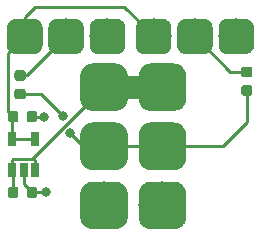
<source format=gbr>
G04 #@! TF.GenerationSoftware,KiCad,Pcbnew,5.1.4*
G04 #@! TF.CreationDate,2020-01-07T14:32:10-05:00*
G04 #@! TF.ProjectId,siot-node-temp,73696f74-2d6e-46f6-9465-2d74656d702e,rev?*
G04 #@! TF.SameCoordinates,Original*
G04 #@! TF.FileFunction,Copper,L1,Top*
G04 #@! TF.FilePolarity,Positive*
%FSLAX46Y46*%
G04 Gerber Fmt 4.6, Leading zero omitted, Abs format (unit mm)*
G04 Created by KiCad (PCBNEW 5.1.4) date 2020-01-07 14:32:10*
%MOMM*%
%LPD*%
G04 APERTURE LIST*
%ADD10C,0.100000*%
%ADD11C,0.875000*%
%ADD12C,3.000000*%
%ADD13R,0.650000X1.220000*%
%ADD14C,4.000000*%
%ADD15C,0.800000*%
%ADD16C,0.250000*%
%ADD17C,1.905000*%
G04 APERTURE END LIST*
D10*
G36*
X95827691Y-69326053D02*
G01*
X95848926Y-69329203D01*
X95869750Y-69334419D01*
X95889962Y-69341651D01*
X95909368Y-69350830D01*
X95927781Y-69361866D01*
X95945024Y-69374654D01*
X95960930Y-69389070D01*
X95975346Y-69404976D01*
X95988134Y-69422219D01*
X95999170Y-69440632D01*
X96008349Y-69460038D01*
X96015581Y-69480250D01*
X96020797Y-69501074D01*
X96023947Y-69522309D01*
X96025000Y-69543750D01*
X96025000Y-70056250D01*
X96023947Y-70077691D01*
X96020797Y-70098926D01*
X96015581Y-70119750D01*
X96008349Y-70139962D01*
X95999170Y-70159368D01*
X95988134Y-70177781D01*
X95975346Y-70195024D01*
X95960930Y-70210930D01*
X95945024Y-70225346D01*
X95927781Y-70238134D01*
X95909368Y-70249170D01*
X95889962Y-70258349D01*
X95869750Y-70265581D01*
X95848926Y-70270797D01*
X95827691Y-70273947D01*
X95806250Y-70275000D01*
X95368750Y-70275000D01*
X95347309Y-70273947D01*
X95326074Y-70270797D01*
X95305250Y-70265581D01*
X95285038Y-70258349D01*
X95265632Y-70249170D01*
X95247219Y-70238134D01*
X95229976Y-70225346D01*
X95214070Y-70210930D01*
X95199654Y-70195024D01*
X95186866Y-70177781D01*
X95175830Y-70159368D01*
X95166651Y-70139962D01*
X95159419Y-70119750D01*
X95154203Y-70098926D01*
X95151053Y-70077691D01*
X95150000Y-70056250D01*
X95150000Y-69543750D01*
X95151053Y-69522309D01*
X95154203Y-69501074D01*
X95159419Y-69480250D01*
X95166651Y-69460038D01*
X95175830Y-69440632D01*
X95186866Y-69422219D01*
X95199654Y-69404976D01*
X95214070Y-69389070D01*
X95229976Y-69374654D01*
X95247219Y-69361866D01*
X95265632Y-69350830D01*
X95285038Y-69341651D01*
X95305250Y-69334419D01*
X95326074Y-69329203D01*
X95347309Y-69326053D01*
X95368750Y-69325000D01*
X95806250Y-69325000D01*
X95827691Y-69326053D01*
X95827691Y-69326053D01*
G37*
D11*
X95587500Y-69800000D03*
D10*
G36*
X94252691Y-69326053D02*
G01*
X94273926Y-69329203D01*
X94294750Y-69334419D01*
X94314962Y-69341651D01*
X94334368Y-69350830D01*
X94352781Y-69361866D01*
X94370024Y-69374654D01*
X94385930Y-69389070D01*
X94400346Y-69404976D01*
X94413134Y-69422219D01*
X94424170Y-69440632D01*
X94433349Y-69460038D01*
X94440581Y-69480250D01*
X94445797Y-69501074D01*
X94448947Y-69522309D01*
X94450000Y-69543750D01*
X94450000Y-70056250D01*
X94448947Y-70077691D01*
X94445797Y-70098926D01*
X94440581Y-70119750D01*
X94433349Y-70139962D01*
X94424170Y-70159368D01*
X94413134Y-70177781D01*
X94400346Y-70195024D01*
X94385930Y-70210930D01*
X94370024Y-70225346D01*
X94352781Y-70238134D01*
X94334368Y-70249170D01*
X94314962Y-70258349D01*
X94294750Y-70265581D01*
X94273926Y-70270797D01*
X94252691Y-70273947D01*
X94231250Y-70275000D01*
X93793750Y-70275000D01*
X93772309Y-70273947D01*
X93751074Y-70270797D01*
X93730250Y-70265581D01*
X93710038Y-70258349D01*
X93690632Y-70249170D01*
X93672219Y-70238134D01*
X93654976Y-70225346D01*
X93639070Y-70210930D01*
X93624654Y-70195024D01*
X93611866Y-70177781D01*
X93600830Y-70159368D01*
X93591651Y-70139962D01*
X93584419Y-70119750D01*
X93579203Y-70098926D01*
X93576053Y-70077691D01*
X93575000Y-70056250D01*
X93575000Y-69543750D01*
X93576053Y-69522309D01*
X93579203Y-69501074D01*
X93584419Y-69480250D01*
X93591651Y-69460038D01*
X93600830Y-69440632D01*
X93611866Y-69422219D01*
X93624654Y-69404976D01*
X93639070Y-69389070D01*
X93654976Y-69374654D01*
X93672219Y-69361866D01*
X93690632Y-69350830D01*
X93710038Y-69341651D01*
X93730250Y-69334419D01*
X93751074Y-69329203D01*
X93772309Y-69326053D01*
X93793750Y-69325000D01*
X94231250Y-69325000D01*
X94252691Y-69326053D01*
X94252691Y-69326053D01*
G37*
D11*
X94012500Y-69800000D03*
D10*
G36*
X95827691Y-62926053D02*
G01*
X95848926Y-62929203D01*
X95869750Y-62934419D01*
X95889962Y-62941651D01*
X95909368Y-62950830D01*
X95927781Y-62961866D01*
X95945024Y-62974654D01*
X95960930Y-62989070D01*
X95975346Y-63004976D01*
X95988134Y-63022219D01*
X95999170Y-63040632D01*
X96008349Y-63060038D01*
X96015581Y-63080250D01*
X96020797Y-63101074D01*
X96023947Y-63122309D01*
X96025000Y-63143750D01*
X96025000Y-63656250D01*
X96023947Y-63677691D01*
X96020797Y-63698926D01*
X96015581Y-63719750D01*
X96008349Y-63739962D01*
X95999170Y-63759368D01*
X95988134Y-63777781D01*
X95975346Y-63795024D01*
X95960930Y-63810930D01*
X95945024Y-63825346D01*
X95927781Y-63838134D01*
X95909368Y-63849170D01*
X95889962Y-63858349D01*
X95869750Y-63865581D01*
X95848926Y-63870797D01*
X95827691Y-63873947D01*
X95806250Y-63875000D01*
X95368750Y-63875000D01*
X95347309Y-63873947D01*
X95326074Y-63870797D01*
X95305250Y-63865581D01*
X95285038Y-63858349D01*
X95265632Y-63849170D01*
X95247219Y-63838134D01*
X95229976Y-63825346D01*
X95214070Y-63810930D01*
X95199654Y-63795024D01*
X95186866Y-63777781D01*
X95175830Y-63759368D01*
X95166651Y-63739962D01*
X95159419Y-63719750D01*
X95154203Y-63698926D01*
X95151053Y-63677691D01*
X95150000Y-63656250D01*
X95150000Y-63143750D01*
X95151053Y-63122309D01*
X95154203Y-63101074D01*
X95159419Y-63080250D01*
X95166651Y-63060038D01*
X95175830Y-63040632D01*
X95186866Y-63022219D01*
X95199654Y-63004976D01*
X95214070Y-62989070D01*
X95229976Y-62974654D01*
X95247219Y-62961866D01*
X95265632Y-62950830D01*
X95285038Y-62941651D01*
X95305250Y-62934419D01*
X95326074Y-62929203D01*
X95347309Y-62926053D01*
X95368750Y-62925000D01*
X95806250Y-62925000D01*
X95827691Y-62926053D01*
X95827691Y-62926053D01*
G37*
D11*
X95587500Y-63400000D03*
D10*
G36*
X94252691Y-62926053D02*
G01*
X94273926Y-62929203D01*
X94294750Y-62934419D01*
X94314962Y-62941651D01*
X94334368Y-62950830D01*
X94352781Y-62961866D01*
X94370024Y-62974654D01*
X94385930Y-62989070D01*
X94400346Y-63004976D01*
X94413134Y-63022219D01*
X94424170Y-63040632D01*
X94433349Y-63060038D01*
X94440581Y-63080250D01*
X94445797Y-63101074D01*
X94448947Y-63122309D01*
X94450000Y-63143750D01*
X94450000Y-63656250D01*
X94448947Y-63677691D01*
X94445797Y-63698926D01*
X94440581Y-63719750D01*
X94433349Y-63739962D01*
X94424170Y-63759368D01*
X94413134Y-63777781D01*
X94400346Y-63795024D01*
X94385930Y-63810930D01*
X94370024Y-63825346D01*
X94352781Y-63838134D01*
X94334368Y-63849170D01*
X94314962Y-63858349D01*
X94294750Y-63865581D01*
X94273926Y-63870797D01*
X94252691Y-63873947D01*
X94231250Y-63875000D01*
X93793750Y-63875000D01*
X93772309Y-63873947D01*
X93751074Y-63870797D01*
X93730250Y-63865581D01*
X93710038Y-63858349D01*
X93690632Y-63849170D01*
X93672219Y-63838134D01*
X93654976Y-63825346D01*
X93639070Y-63810930D01*
X93624654Y-63795024D01*
X93611866Y-63777781D01*
X93600830Y-63759368D01*
X93591651Y-63739962D01*
X93584419Y-63719750D01*
X93579203Y-63698926D01*
X93576053Y-63677691D01*
X93575000Y-63656250D01*
X93575000Y-63143750D01*
X93576053Y-63122309D01*
X93579203Y-63101074D01*
X93584419Y-63080250D01*
X93591651Y-63060038D01*
X93600830Y-63040632D01*
X93611866Y-63022219D01*
X93624654Y-63004976D01*
X93639070Y-62989070D01*
X93654976Y-62974654D01*
X93672219Y-62961866D01*
X93690632Y-62950830D01*
X93710038Y-62941651D01*
X93730250Y-62934419D01*
X93751074Y-62929203D01*
X93772309Y-62926053D01*
X93793750Y-62925000D01*
X94231250Y-62925000D01*
X94252691Y-62926053D01*
X94252691Y-62926053D01*
G37*
D11*
X94012500Y-63400000D03*
D10*
G36*
X113723513Y-55103611D02*
G01*
X113796318Y-55114411D01*
X113867714Y-55132295D01*
X113937013Y-55157090D01*
X114003548Y-55188559D01*
X114066678Y-55226398D01*
X114125795Y-55270242D01*
X114180330Y-55319670D01*
X114229758Y-55374205D01*
X114273602Y-55433322D01*
X114311441Y-55496452D01*
X114342910Y-55562987D01*
X114367705Y-55632286D01*
X114385589Y-55703682D01*
X114396389Y-55776487D01*
X114400000Y-55850000D01*
X114400000Y-57350000D01*
X114396389Y-57423513D01*
X114385589Y-57496318D01*
X114367705Y-57567714D01*
X114342910Y-57637013D01*
X114311441Y-57703548D01*
X114273602Y-57766678D01*
X114229758Y-57825795D01*
X114180330Y-57880330D01*
X114125795Y-57929758D01*
X114066678Y-57973602D01*
X114003548Y-58011441D01*
X113937013Y-58042910D01*
X113867714Y-58067705D01*
X113796318Y-58085589D01*
X113723513Y-58096389D01*
X113650000Y-58100000D01*
X112150000Y-58100000D01*
X112076487Y-58096389D01*
X112003682Y-58085589D01*
X111932286Y-58067705D01*
X111862987Y-58042910D01*
X111796452Y-58011441D01*
X111733322Y-57973602D01*
X111674205Y-57929758D01*
X111619670Y-57880330D01*
X111570242Y-57825795D01*
X111526398Y-57766678D01*
X111488559Y-57703548D01*
X111457090Y-57637013D01*
X111432295Y-57567714D01*
X111414411Y-57496318D01*
X111403611Y-57423513D01*
X111400000Y-57350000D01*
X111400000Y-55850000D01*
X111403611Y-55776487D01*
X111414411Y-55703682D01*
X111432295Y-55632286D01*
X111457090Y-55562987D01*
X111488559Y-55496452D01*
X111526398Y-55433322D01*
X111570242Y-55374205D01*
X111619670Y-55319670D01*
X111674205Y-55270242D01*
X111733322Y-55226398D01*
X111796452Y-55188559D01*
X111862987Y-55157090D01*
X111932286Y-55132295D01*
X112003682Y-55114411D01*
X112076487Y-55103611D01*
X112150000Y-55100000D01*
X113650000Y-55100000D01*
X113723513Y-55103611D01*
X113723513Y-55103611D01*
G37*
D12*
X112900000Y-56600000D03*
D10*
G36*
X110223513Y-55103611D02*
G01*
X110296318Y-55114411D01*
X110367714Y-55132295D01*
X110437013Y-55157090D01*
X110503548Y-55188559D01*
X110566678Y-55226398D01*
X110625795Y-55270242D01*
X110680330Y-55319670D01*
X110729758Y-55374205D01*
X110773602Y-55433322D01*
X110811441Y-55496452D01*
X110842910Y-55562987D01*
X110867705Y-55632286D01*
X110885589Y-55703682D01*
X110896389Y-55776487D01*
X110900000Y-55850000D01*
X110900000Y-57350000D01*
X110896389Y-57423513D01*
X110885589Y-57496318D01*
X110867705Y-57567714D01*
X110842910Y-57637013D01*
X110811441Y-57703548D01*
X110773602Y-57766678D01*
X110729758Y-57825795D01*
X110680330Y-57880330D01*
X110625795Y-57929758D01*
X110566678Y-57973602D01*
X110503548Y-58011441D01*
X110437013Y-58042910D01*
X110367714Y-58067705D01*
X110296318Y-58085589D01*
X110223513Y-58096389D01*
X110150000Y-58100000D01*
X108650000Y-58100000D01*
X108576487Y-58096389D01*
X108503682Y-58085589D01*
X108432286Y-58067705D01*
X108362987Y-58042910D01*
X108296452Y-58011441D01*
X108233322Y-57973602D01*
X108174205Y-57929758D01*
X108119670Y-57880330D01*
X108070242Y-57825795D01*
X108026398Y-57766678D01*
X107988559Y-57703548D01*
X107957090Y-57637013D01*
X107932295Y-57567714D01*
X107914411Y-57496318D01*
X107903611Y-57423513D01*
X107900000Y-57350000D01*
X107900000Y-55850000D01*
X107903611Y-55776487D01*
X107914411Y-55703682D01*
X107932295Y-55632286D01*
X107957090Y-55562987D01*
X107988559Y-55496452D01*
X108026398Y-55433322D01*
X108070242Y-55374205D01*
X108119670Y-55319670D01*
X108174205Y-55270242D01*
X108233322Y-55226398D01*
X108296452Y-55188559D01*
X108362987Y-55157090D01*
X108432286Y-55132295D01*
X108503682Y-55114411D01*
X108576487Y-55103611D01*
X108650000Y-55100000D01*
X110150000Y-55100000D01*
X110223513Y-55103611D01*
X110223513Y-55103611D01*
G37*
D12*
X109400000Y-56600000D03*
D10*
G36*
X106723513Y-55103611D02*
G01*
X106796318Y-55114411D01*
X106867714Y-55132295D01*
X106937013Y-55157090D01*
X107003548Y-55188559D01*
X107066678Y-55226398D01*
X107125795Y-55270242D01*
X107180330Y-55319670D01*
X107229758Y-55374205D01*
X107273602Y-55433322D01*
X107311441Y-55496452D01*
X107342910Y-55562987D01*
X107367705Y-55632286D01*
X107385589Y-55703682D01*
X107396389Y-55776487D01*
X107400000Y-55850000D01*
X107400000Y-57350000D01*
X107396389Y-57423513D01*
X107385589Y-57496318D01*
X107367705Y-57567714D01*
X107342910Y-57637013D01*
X107311441Y-57703548D01*
X107273602Y-57766678D01*
X107229758Y-57825795D01*
X107180330Y-57880330D01*
X107125795Y-57929758D01*
X107066678Y-57973602D01*
X107003548Y-58011441D01*
X106937013Y-58042910D01*
X106867714Y-58067705D01*
X106796318Y-58085589D01*
X106723513Y-58096389D01*
X106650000Y-58100000D01*
X105150000Y-58100000D01*
X105076487Y-58096389D01*
X105003682Y-58085589D01*
X104932286Y-58067705D01*
X104862987Y-58042910D01*
X104796452Y-58011441D01*
X104733322Y-57973602D01*
X104674205Y-57929758D01*
X104619670Y-57880330D01*
X104570242Y-57825795D01*
X104526398Y-57766678D01*
X104488559Y-57703548D01*
X104457090Y-57637013D01*
X104432295Y-57567714D01*
X104414411Y-57496318D01*
X104403611Y-57423513D01*
X104400000Y-57350000D01*
X104400000Y-55850000D01*
X104403611Y-55776487D01*
X104414411Y-55703682D01*
X104432295Y-55632286D01*
X104457090Y-55562987D01*
X104488559Y-55496452D01*
X104526398Y-55433322D01*
X104570242Y-55374205D01*
X104619670Y-55319670D01*
X104674205Y-55270242D01*
X104733322Y-55226398D01*
X104796452Y-55188559D01*
X104862987Y-55157090D01*
X104932286Y-55132295D01*
X105003682Y-55114411D01*
X105076487Y-55103611D01*
X105150000Y-55100000D01*
X106650000Y-55100000D01*
X106723513Y-55103611D01*
X106723513Y-55103611D01*
G37*
D12*
X105900000Y-56600000D03*
D10*
G36*
X102823513Y-55103611D02*
G01*
X102896318Y-55114411D01*
X102967714Y-55132295D01*
X103037013Y-55157090D01*
X103103548Y-55188559D01*
X103166678Y-55226398D01*
X103225795Y-55270242D01*
X103280330Y-55319670D01*
X103329758Y-55374205D01*
X103373602Y-55433322D01*
X103411441Y-55496452D01*
X103442910Y-55562987D01*
X103467705Y-55632286D01*
X103485589Y-55703682D01*
X103496389Y-55776487D01*
X103500000Y-55850000D01*
X103500000Y-57350000D01*
X103496389Y-57423513D01*
X103485589Y-57496318D01*
X103467705Y-57567714D01*
X103442910Y-57637013D01*
X103411441Y-57703548D01*
X103373602Y-57766678D01*
X103329758Y-57825795D01*
X103280330Y-57880330D01*
X103225795Y-57929758D01*
X103166678Y-57973602D01*
X103103548Y-58011441D01*
X103037013Y-58042910D01*
X102967714Y-58067705D01*
X102896318Y-58085589D01*
X102823513Y-58096389D01*
X102750000Y-58100000D01*
X101250000Y-58100000D01*
X101176487Y-58096389D01*
X101103682Y-58085589D01*
X101032286Y-58067705D01*
X100962987Y-58042910D01*
X100896452Y-58011441D01*
X100833322Y-57973602D01*
X100774205Y-57929758D01*
X100719670Y-57880330D01*
X100670242Y-57825795D01*
X100626398Y-57766678D01*
X100588559Y-57703548D01*
X100557090Y-57637013D01*
X100532295Y-57567714D01*
X100514411Y-57496318D01*
X100503611Y-57423513D01*
X100500000Y-57350000D01*
X100500000Y-55850000D01*
X100503611Y-55776487D01*
X100514411Y-55703682D01*
X100532295Y-55632286D01*
X100557090Y-55562987D01*
X100588559Y-55496452D01*
X100626398Y-55433322D01*
X100670242Y-55374205D01*
X100719670Y-55319670D01*
X100774205Y-55270242D01*
X100833322Y-55226398D01*
X100896452Y-55188559D01*
X100962987Y-55157090D01*
X101032286Y-55132295D01*
X101103682Y-55114411D01*
X101176487Y-55103611D01*
X101250000Y-55100000D01*
X102750000Y-55100000D01*
X102823513Y-55103611D01*
X102823513Y-55103611D01*
G37*
D12*
X102000000Y-56600000D03*
D10*
G36*
X99323513Y-55103611D02*
G01*
X99396318Y-55114411D01*
X99467714Y-55132295D01*
X99537013Y-55157090D01*
X99603548Y-55188559D01*
X99666678Y-55226398D01*
X99725795Y-55270242D01*
X99780330Y-55319670D01*
X99829758Y-55374205D01*
X99873602Y-55433322D01*
X99911441Y-55496452D01*
X99942910Y-55562987D01*
X99967705Y-55632286D01*
X99985589Y-55703682D01*
X99996389Y-55776487D01*
X100000000Y-55850000D01*
X100000000Y-57350000D01*
X99996389Y-57423513D01*
X99985589Y-57496318D01*
X99967705Y-57567714D01*
X99942910Y-57637013D01*
X99911441Y-57703548D01*
X99873602Y-57766678D01*
X99829758Y-57825795D01*
X99780330Y-57880330D01*
X99725795Y-57929758D01*
X99666678Y-57973602D01*
X99603548Y-58011441D01*
X99537013Y-58042910D01*
X99467714Y-58067705D01*
X99396318Y-58085589D01*
X99323513Y-58096389D01*
X99250000Y-58100000D01*
X97750000Y-58100000D01*
X97676487Y-58096389D01*
X97603682Y-58085589D01*
X97532286Y-58067705D01*
X97462987Y-58042910D01*
X97396452Y-58011441D01*
X97333322Y-57973602D01*
X97274205Y-57929758D01*
X97219670Y-57880330D01*
X97170242Y-57825795D01*
X97126398Y-57766678D01*
X97088559Y-57703548D01*
X97057090Y-57637013D01*
X97032295Y-57567714D01*
X97014411Y-57496318D01*
X97003611Y-57423513D01*
X97000000Y-57350000D01*
X97000000Y-55850000D01*
X97003611Y-55776487D01*
X97014411Y-55703682D01*
X97032295Y-55632286D01*
X97057090Y-55562987D01*
X97088559Y-55496452D01*
X97126398Y-55433322D01*
X97170242Y-55374205D01*
X97219670Y-55319670D01*
X97274205Y-55270242D01*
X97333322Y-55226398D01*
X97396452Y-55188559D01*
X97462987Y-55157090D01*
X97532286Y-55132295D01*
X97603682Y-55114411D01*
X97676487Y-55103611D01*
X97750000Y-55100000D01*
X99250000Y-55100000D01*
X99323513Y-55103611D01*
X99323513Y-55103611D01*
G37*
D12*
X98500000Y-56600000D03*
D10*
G36*
X95823513Y-55103611D02*
G01*
X95896318Y-55114411D01*
X95967714Y-55132295D01*
X96037013Y-55157090D01*
X96103548Y-55188559D01*
X96166678Y-55226398D01*
X96225795Y-55270242D01*
X96280330Y-55319670D01*
X96329758Y-55374205D01*
X96373602Y-55433322D01*
X96411441Y-55496452D01*
X96442910Y-55562987D01*
X96467705Y-55632286D01*
X96485589Y-55703682D01*
X96496389Y-55776487D01*
X96500000Y-55850000D01*
X96500000Y-57350000D01*
X96496389Y-57423513D01*
X96485589Y-57496318D01*
X96467705Y-57567714D01*
X96442910Y-57637013D01*
X96411441Y-57703548D01*
X96373602Y-57766678D01*
X96329758Y-57825795D01*
X96280330Y-57880330D01*
X96225795Y-57929758D01*
X96166678Y-57973602D01*
X96103548Y-58011441D01*
X96037013Y-58042910D01*
X95967714Y-58067705D01*
X95896318Y-58085589D01*
X95823513Y-58096389D01*
X95750000Y-58100000D01*
X94250000Y-58100000D01*
X94176487Y-58096389D01*
X94103682Y-58085589D01*
X94032286Y-58067705D01*
X93962987Y-58042910D01*
X93896452Y-58011441D01*
X93833322Y-57973602D01*
X93774205Y-57929758D01*
X93719670Y-57880330D01*
X93670242Y-57825795D01*
X93626398Y-57766678D01*
X93588559Y-57703548D01*
X93557090Y-57637013D01*
X93532295Y-57567714D01*
X93514411Y-57496318D01*
X93503611Y-57423513D01*
X93500000Y-57350000D01*
X93500000Y-55850000D01*
X93503611Y-55776487D01*
X93514411Y-55703682D01*
X93532295Y-55632286D01*
X93557090Y-55562987D01*
X93588559Y-55496452D01*
X93626398Y-55433322D01*
X93670242Y-55374205D01*
X93719670Y-55319670D01*
X93774205Y-55270242D01*
X93833322Y-55226398D01*
X93896452Y-55188559D01*
X93962987Y-55157090D01*
X94032286Y-55132295D01*
X94103682Y-55114411D01*
X94176487Y-55103611D01*
X94250000Y-55100000D01*
X95750000Y-55100000D01*
X95823513Y-55103611D01*
X95823513Y-55103611D01*
G37*
D12*
X95000000Y-56600000D03*
D13*
X93950000Y-65290000D03*
X95850000Y-65290000D03*
X95850000Y-67910000D03*
X94900000Y-67910000D03*
X93950000Y-67910000D03*
D10*
G36*
X107748017Y-68904815D02*
G01*
X107845090Y-68919215D01*
X107940285Y-68943060D01*
X108032683Y-68976120D01*
X108121397Y-69018079D01*
X108205570Y-69068530D01*
X108284393Y-69126990D01*
X108357107Y-69192893D01*
X108423010Y-69265607D01*
X108481470Y-69344430D01*
X108531921Y-69428603D01*
X108573880Y-69517317D01*
X108606940Y-69609715D01*
X108630785Y-69704910D01*
X108645185Y-69801983D01*
X108650000Y-69900000D01*
X108650000Y-71900000D01*
X108645185Y-71998017D01*
X108630785Y-72095090D01*
X108606940Y-72190285D01*
X108573880Y-72282683D01*
X108531921Y-72371397D01*
X108481470Y-72455570D01*
X108423010Y-72534393D01*
X108357107Y-72607107D01*
X108284393Y-72673010D01*
X108205570Y-72731470D01*
X108121397Y-72781921D01*
X108032683Y-72823880D01*
X107940285Y-72856940D01*
X107845090Y-72880785D01*
X107748017Y-72895185D01*
X107650000Y-72900000D01*
X105650000Y-72900000D01*
X105551983Y-72895185D01*
X105454910Y-72880785D01*
X105359715Y-72856940D01*
X105267317Y-72823880D01*
X105178603Y-72781921D01*
X105094430Y-72731470D01*
X105015607Y-72673010D01*
X104942893Y-72607107D01*
X104876990Y-72534393D01*
X104818530Y-72455570D01*
X104768079Y-72371397D01*
X104726120Y-72282683D01*
X104693060Y-72190285D01*
X104669215Y-72095090D01*
X104654815Y-71998017D01*
X104650000Y-71900000D01*
X104650000Y-69900000D01*
X104654815Y-69801983D01*
X104669215Y-69704910D01*
X104693060Y-69609715D01*
X104726120Y-69517317D01*
X104768079Y-69428603D01*
X104818530Y-69344430D01*
X104876990Y-69265607D01*
X104942893Y-69192893D01*
X105015607Y-69126990D01*
X105094430Y-69068530D01*
X105178603Y-69018079D01*
X105267317Y-68976120D01*
X105359715Y-68943060D01*
X105454910Y-68919215D01*
X105551983Y-68904815D01*
X105650000Y-68900000D01*
X107650000Y-68900000D01*
X107748017Y-68904815D01*
X107748017Y-68904815D01*
G37*
D14*
X106650000Y-70900000D03*
D10*
G36*
X107748017Y-63904815D02*
G01*
X107845090Y-63919215D01*
X107940285Y-63943060D01*
X108032683Y-63976120D01*
X108121397Y-64018079D01*
X108205570Y-64068530D01*
X108284393Y-64126990D01*
X108357107Y-64192893D01*
X108423010Y-64265607D01*
X108481470Y-64344430D01*
X108531921Y-64428603D01*
X108573880Y-64517317D01*
X108606940Y-64609715D01*
X108630785Y-64704910D01*
X108645185Y-64801983D01*
X108650000Y-64900000D01*
X108650000Y-66900000D01*
X108645185Y-66998017D01*
X108630785Y-67095090D01*
X108606940Y-67190285D01*
X108573880Y-67282683D01*
X108531921Y-67371397D01*
X108481470Y-67455570D01*
X108423010Y-67534393D01*
X108357107Y-67607107D01*
X108284393Y-67673010D01*
X108205570Y-67731470D01*
X108121397Y-67781921D01*
X108032683Y-67823880D01*
X107940285Y-67856940D01*
X107845090Y-67880785D01*
X107748017Y-67895185D01*
X107650000Y-67900000D01*
X105650000Y-67900000D01*
X105551983Y-67895185D01*
X105454910Y-67880785D01*
X105359715Y-67856940D01*
X105267317Y-67823880D01*
X105178603Y-67781921D01*
X105094430Y-67731470D01*
X105015607Y-67673010D01*
X104942893Y-67607107D01*
X104876990Y-67534393D01*
X104818530Y-67455570D01*
X104768079Y-67371397D01*
X104726120Y-67282683D01*
X104693060Y-67190285D01*
X104669215Y-67095090D01*
X104654815Y-66998017D01*
X104650000Y-66900000D01*
X104650000Y-64900000D01*
X104654815Y-64801983D01*
X104669215Y-64704910D01*
X104693060Y-64609715D01*
X104726120Y-64517317D01*
X104768079Y-64428603D01*
X104818530Y-64344430D01*
X104876990Y-64265607D01*
X104942893Y-64192893D01*
X105015607Y-64126990D01*
X105094430Y-64068530D01*
X105178603Y-64018079D01*
X105267317Y-63976120D01*
X105359715Y-63943060D01*
X105454910Y-63919215D01*
X105551983Y-63904815D01*
X105650000Y-63900000D01*
X107650000Y-63900000D01*
X107748017Y-63904815D01*
X107748017Y-63904815D01*
G37*
D14*
X106650000Y-65900000D03*
D10*
G36*
X107748017Y-58904815D02*
G01*
X107845090Y-58919215D01*
X107940285Y-58943060D01*
X108032683Y-58976120D01*
X108121397Y-59018079D01*
X108205570Y-59068530D01*
X108284393Y-59126990D01*
X108357107Y-59192893D01*
X108423010Y-59265607D01*
X108481470Y-59344430D01*
X108531921Y-59428603D01*
X108573880Y-59517317D01*
X108606940Y-59609715D01*
X108630785Y-59704910D01*
X108645185Y-59801983D01*
X108650000Y-59900000D01*
X108650000Y-61900000D01*
X108645185Y-61998017D01*
X108630785Y-62095090D01*
X108606940Y-62190285D01*
X108573880Y-62282683D01*
X108531921Y-62371397D01*
X108481470Y-62455570D01*
X108423010Y-62534393D01*
X108357107Y-62607107D01*
X108284393Y-62673010D01*
X108205570Y-62731470D01*
X108121397Y-62781921D01*
X108032683Y-62823880D01*
X107940285Y-62856940D01*
X107845090Y-62880785D01*
X107748017Y-62895185D01*
X107650000Y-62900000D01*
X105650000Y-62900000D01*
X105551983Y-62895185D01*
X105454910Y-62880785D01*
X105359715Y-62856940D01*
X105267317Y-62823880D01*
X105178603Y-62781921D01*
X105094430Y-62731470D01*
X105015607Y-62673010D01*
X104942893Y-62607107D01*
X104876990Y-62534393D01*
X104818530Y-62455570D01*
X104768079Y-62371397D01*
X104726120Y-62282683D01*
X104693060Y-62190285D01*
X104669215Y-62095090D01*
X104654815Y-61998017D01*
X104650000Y-61900000D01*
X104650000Y-59900000D01*
X104654815Y-59801983D01*
X104669215Y-59704910D01*
X104693060Y-59609715D01*
X104726120Y-59517317D01*
X104768079Y-59428603D01*
X104818530Y-59344430D01*
X104876990Y-59265607D01*
X104942893Y-59192893D01*
X105015607Y-59126990D01*
X105094430Y-59068530D01*
X105178603Y-59018079D01*
X105267317Y-58976120D01*
X105359715Y-58943060D01*
X105454910Y-58919215D01*
X105551983Y-58904815D01*
X105650000Y-58900000D01*
X107650000Y-58900000D01*
X107748017Y-58904815D01*
X107748017Y-58904815D01*
G37*
D14*
X106650000Y-60900000D03*
D10*
G36*
X102798017Y-68904815D02*
G01*
X102895090Y-68919215D01*
X102990285Y-68943060D01*
X103082683Y-68976120D01*
X103171397Y-69018079D01*
X103255570Y-69068530D01*
X103334393Y-69126990D01*
X103407107Y-69192893D01*
X103473010Y-69265607D01*
X103531470Y-69344430D01*
X103581921Y-69428603D01*
X103623880Y-69517317D01*
X103656940Y-69609715D01*
X103680785Y-69704910D01*
X103695185Y-69801983D01*
X103700000Y-69900000D01*
X103700000Y-71900000D01*
X103695185Y-71998017D01*
X103680785Y-72095090D01*
X103656940Y-72190285D01*
X103623880Y-72282683D01*
X103581921Y-72371397D01*
X103531470Y-72455570D01*
X103473010Y-72534393D01*
X103407107Y-72607107D01*
X103334393Y-72673010D01*
X103255570Y-72731470D01*
X103171397Y-72781921D01*
X103082683Y-72823880D01*
X102990285Y-72856940D01*
X102895090Y-72880785D01*
X102798017Y-72895185D01*
X102700000Y-72900000D01*
X100700000Y-72900000D01*
X100601983Y-72895185D01*
X100504910Y-72880785D01*
X100409715Y-72856940D01*
X100317317Y-72823880D01*
X100228603Y-72781921D01*
X100144430Y-72731470D01*
X100065607Y-72673010D01*
X99992893Y-72607107D01*
X99926990Y-72534393D01*
X99868530Y-72455570D01*
X99818079Y-72371397D01*
X99776120Y-72282683D01*
X99743060Y-72190285D01*
X99719215Y-72095090D01*
X99704815Y-71998017D01*
X99700000Y-71900000D01*
X99700000Y-69900000D01*
X99704815Y-69801983D01*
X99719215Y-69704910D01*
X99743060Y-69609715D01*
X99776120Y-69517317D01*
X99818079Y-69428603D01*
X99868530Y-69344430D01*
X99926990Y-69265607D01*
X99992893Y-69192893D01*
X100065607Y-69126990D01*
X100144430Y-69068530D01*
X100228603Y-69018079D01*
X100317317Y-68976120D01*
X100409715Y-68943060D01*
X100504910Y-68919215D01*
X100601983Y-68904815D01*
X100700000Y-68900000D01*
X102700000Y-68900000D01*
X102798017Y-68904815D01*
X102798017Y-68904815D01*
G37*
D14*
X101700000Y-70900000D03*
D10*
G36*
X102798017Y-63904815D02*
G01*
X102895090Y-63919215D01*
X102990285Y-63943060D01*
X103082683Y-63976120D01*
X103171397Y-64018079D01*
X103255570Y-64068530D01*
X103334393Y-64126990D01*
X103407107Y-64192893D01*
X103473010Y-64265607D01*
X103531470Y-64344430D01*
X103581921Y-64428603D01*
X103623880Y-64517317D01*
X103656940Y-64609715D01*
X103680785Y-64704910D01*
X103695185Y-64801983D01*
X103700000Y-64900000D01*
X103700000Y-66900000D01*
X103695185Y-66998017D01*
X103680785Y-67095090D01*
X103656940Y-67190285D01*
X103623880Y-67282683D01*
X103581921Y-67371397D01*
X103531470Y-67455570D01*
X103473010Y-67534393D01*
X103407107Y-67607107D01*
X103334393Y-67673010D01*
X103255570Y-67731470D01*
X103171397Y-67781921D01*
X103082683Y-67823880D01*
X102990285Y-67856940D01*
X102895090Y-67880785D01*
X102798017Y-67895185D01*
X102700000Y-67900000D01*
X100700000Y-67900000D01*
X100601983Y-67895185D01*
X100504910Y-67880785D01*
X100409715Y-67856940D01*
X100317317Y-67823880D01*
X100228603Y-67781921D01*
X100144430Y-67731470D01*
X100065607Y-67673010D01*
X99992893Y-67607107D01*
X99926990Y-67534393D01*
X99868530Y-67455570D01*
X99818079Y-67371397D01*
X99776120Y-67282683D01*
X99743060Y-67190285D01*
X99719215Y-67095090D01*
X99704815Y-66998017D01*
X99700000Y-66900000D01*
X99700000Y-64900000D01*
X99704815Y-64801983D01*
X99719215Y-64704910D01*
X99743060Y-64609715D01*
X99776120Y-64517317D01*
X99818079Y-64428603D01*
X99868530Y-64344430D01*
X99926990Y-64265607D01*
X99992893Y-64192893D01*
X100065607Y-64126990D01*
X100144430Y-64068530D01*
X100228603Y-64018079D01*
X100317317Y-63976120D01*
X100409715Y-63943060D01*
X100504910Y-63919215D01*
X100601983Y-63904815D01*
X100700000Y-63900000D01*
X102700000Y-63900000D01*
X102798017Y-63904815D01*
X102798017Y-63904815D01*
G37*
D14*
X101700000Y-65900000D03*
D10*
G36*
X102798017Y-58904815D02*
G01*
X102895090Y-58919215D01*
X102990285Y-58943060D01*
X103082683Y-58976120D01*
X103171397Y-59018079D01*
X103255570Y-59068530D01*
X103334393Y-59126990D01*
X103407107Y-59192893D01*
X103473010Y-59265607D01*
X103531470Y-59344430D01*
X103581921Y-59428603D01*
X103623880Y-59517317D01*
X103656940Y-59609715D01*
X103680785Y-59704910D01*
X103695185Y-59801983D01*
X103700000Y-59900000D01*
X103700000Y-61900000D01*
X103695185Y-61998017D01*
X103680785Y-62095090D01*
X103656940Y-62190285D01*
X103623880Y-62282683D01*
X103581921Y-62371397D01*
X103531470Y-62455570D01*
X103473010Y-62534393D01*
X103407107Y-62607107D01*
X103334393Y-62673010D01*
X103255570Y-62731470D01*
X103171397Y-62781921D01*
X103082683Y-62823880D01*
X102990285Y-62856940D01*
X102895090Y-62880785D01*
X102798017Y-62895185D01*
X102700000Y-62900000D01*
X100700000Y-62900000D01*
X100601983Y-62895185D01*
X100504910Y-62880785D01*
X100409715Y-62856940D01*
X100317317Y-62823880D01*
X100228603Y-62781921D01*
X100144430Y-62731470D01*
X100065607Y-62673010D01*
X99992893Y-62607107D01*
X99926990Y-62534393D01*
X99868530Y-62455570D01*
X99818079Y-62371397D01*
X99776120Y-62282683D01*
X99743060Y-62190285D01*
X99719215Y-62095090D01*
X99704815Y-61998017D01*
X99700000Y-61900000D01*
X99700000Y-59900000D01*
X99704815Y-59801983D01*
X99719215Y-59704910D01*
X99743060Y-59609715D01*
X99776120Y-59517317D01*
X99818079Y-59428603D01*
X99868530Y-59344430D01*
X99926990Y-59265607D01*
X99992893Y-59192893D01*
X100065607Y-59126990D01*
X100144430Y-59068530D01*
X100228603Y-59018079D01*
X100317317Y-58976120D01*
X100409715Y-58943060D01*
X100504910Y-58919215D01*
X100601983Y-58904815D01*
X100700000Y-58900000D01*
X102700000Y-58900000D01*
X102798017Y-58904815D01*
X102798017Y-58904815D01*
G37*
D14*
X101700000Y-60900000D03*
D10*
G36*
X114077691Y-60751053D02*
G01*
X114098926Y-60754203D01*
X114119750Y-60759419D01*
X114139962Y-60766651D01*
X114159368Y-60775830D01*
X114177781Y-60786866D01*
X114195024Y-60799654D01*
X114210930Y-60814070D01*
X114225346Y-60829976D01*
X114238134Y-60847219D01*
X114249170Y-60865632D01*
X114258349Y-60885038D01*
X114265581Y-60905250D01*
X114270797Y-60926074D01*
X114273947Y-60947309D01*
X114275000Y-60968750D01*
X114275000Y-61406250D01*
X114273947Y-61427691D01*
X114270797Y-61448926D01*
X114265581Y-61469750D01*
X114258349Y-61489962D01*
X114249170Y-61509368D01*
X114238134Y-61527781D01*
X114225346Y-61545024D01*
X114210930Y-61560930D01*
X114195024Y-61575346D01*
X114177781Y-61588134D01*
X114159368Y-61599170D01*
X114139962Y-61608349D01*
X114119750Y-61615581D01*
X114098926Y-61620797D01*
X114077691Y-61623947D01*
X114056250Y-61625000D01*
X113543750Y-61625000D01*
X113522309Y-61623947D01*
X113501074Y-61620797D01*
X113480250Y-61615581D01*
X113460038Y-61608349D01*
X113440632Y-61599170D01*
X113422219Y-61588134D01*
X113404976Y-61575346D01*
X113389070Y-61560930D01*
X113374654Y-61545024D01*
X113361866Y-61527781D01*
X113350830Y-61509368D01*
X113341651Y-61489962D01*
X113334419Y-61469750D01*
X113329203Y-61448926D01*
X113326053Y-61427691D01*
X113325000Y-61406250D01*
X113325000Y-60968750D01*
X113326053Y-60947309D01*
X113329203Y-60926074D01*
X113334419Y-60905250D01*
X113341651Y-60885038D01*
X113350830Y-60865632D01*
X113361866Y-60847219D01*
X113374654Y-60829976D01*
X113389070Y-60814070D01*
X113404976Y-60799654D01*
X113422219Y-60786866D01*
X113440632Y-60775830D01*
X113460038Y-60766651D01*
X113480250Y-60759419D01*
X113501074Y-60754203D01*
X113522309Y-60751053D01*
X113543750Y-60750000D01*
X114056250Y-60750000D01*
X114077691Y-60751053D01*
X114077691Y-60751053D01*
G37*
D11*
X113800000Y-61187500D03*
D10*
G36*
X114077691Y-59176053D02*
G01*
X114098926Y-59179203D01*
X114119750Y-59184419D01*
X114139962Y-59191651D01*
X114159368Y-59200830D01*
X114177781Y-59211866D01*
X114195024Y-59224654D01*
X114210930Y-59239070D01*
X114225346Y-59254976D01*
X114238134Y-59272219D01*
X114249170Y-59290632D01*
X114258349Y-59310038D01*
X114265581Y-59330250D01*
X114270797Y-59351074D01*
X114273947Y-59372309D01*
X114275000Y-59393750D01*
X114275000Y-59831250D01*
X114273947Y-59852691D01*
X114270797Y-59873926D01*
X114265581Y-59894750D01*
X114258349Y-59914962D01*
X114249170Y-59934368D01*
X114238134Y-59952781D01*
X114225346Y-59970024D01*
X114210930Y-59985930D01*
X114195024Y-60000346D01*
X114177781Y-60013134D01*
X114159368Y-60024170D01*
X114139962Y-60033349D01*
X114119750Y-60040581D01*
X114098926Y-60045797D01*
X114077691Y-60048947D01*
X114056250Y-60050000D01*
X113543750Y-60050000D01*
X113522309Y-60048947D01*
X113501074Y-60045797D01*
X113480250Y-60040581D01*
X113460038Y-60033349D01*
X113440632Y-60024170D01*
X113422219Y-60013134D01*
X113404976Y-60000346D01*
X113389070Y-59985930D01*
X113374654Y-59970024D01*
X113361866Y-59952781D01*
X113350830Y-59934368D01*
X113341651Y-59914962D01*
X113334419Y-59894750D01*
X113329203Y-59873926D01*
X113326053Y-59852691D01*
X113325000Y-59831250D01*
X113325000Y-59393750D01*
X113326053Y-59372309D01*
X113329203Y-59351074D01*
X113334419Y-59330250D01*
X113341651Y-59310038D01*
X113350830Y-59290632D01*
X113361866Y-59272219D01*
X113374654Y-59254976D01*
X113389070Y-59239070D01*
X113404976Y-59224654D01*
X113422219Y-59211866D01*
X113440632Y-59200830D01*
X113460038Y-59191651D01*
X113480250Y-59184419D01*
X113501074Y-59179203D01*
X113522309Y-59176053D01*
X113543750Y-59175000D01*
X114056250Y-59175000D01*
X114077691Y-59176053D01*
X114077691Y-59176053D01*
G37*
D11*
X113800000Y-59612500D03*
D10*
G36*
X94877691Y-61051053D02*
G01*
X94898926Y-61054203D01*
X94919750Y-61059419D01*
X94939962Y-61066651D01*
X94959368Y-61075830D01*
X94977781Y-61086866D01*
X94995024Y-61099654D01*
X95010930Y-61114070D01*
X95025346Y-61129976D01*
X95038134Y-61147219D01*
X95049170Y-61165632D01*
X95058349Y-61185038D01*
X95065581Y-61205250D01*
X95070797Y-61226074D01*
X95073947Y-61247309D01*
X95075000Y-61268750D01*
X95075000Y-61706250D01*
X95073947Y-61727691D01*
X95070797Y-61748926D01*
X95065581Y-61769750D01*
X95058349Y-61789962D01*
X95049170Y-61809368D01*
X95038134Y-61827781D01*
X95025346Y-61845024D01*
X95010930Y-61860930D01*
X94995024Y-61875346D01*
X94977781Y-61888134D01*
X94959368Y-61899170D01*
X94939962Y-61908349D01*
X94919750Y-61915581D01*
X94898926Y-61920797D01*
X94877691Y-61923947D01*
X94856250Y-61925000D01*
X94343750Y-61925000D01*
X94322309Y-61923947D01*
X94301074Y-61920797D01*
X94280250Y-61915581D01*
X94260038Y-61908349D01*
X94240632Y-61899170D01*
X94222219Y-61888134D01*
X94204976Y-61875346D01*
X94189070Y-61860930D01*
X94174654Y-61845024D01*
X94161866Y-61827781D01*
X94150830Y-61809368D01*
X94141651Y-61789962D01*
X94134419Y-61769750D01*
X94129203Y-61748926D01*
X94126053Y-61727691D01*
X94125000Y-61706250D01*
X94125000Y-61268750D01*
X94126053Y-61247309D01*
X94129203Y-61226074D01*
X94134419Y-61205250D01*
X94141651Y-61185038D01*
X94150830Y-61165632D01*
X94161866Y-61147219D01*
X94174654Y-61129976D01*
X94189070Y-61114070D01*
X94204976Y-61099654D01*
X94222219Y-61086866D01*
X94240632Y-61075830D01*
X94260038Y-61066651D01*
X94280250Y-61059419D01*
X94301074Y-61054203D01*
X94322309Y-61051053D01*
X94343750Y-61050000D01*
X94856250Y-61050000D01*
X94877691Y-61051053D01*
X94877691Y-61051053D01*
G37*
D11*
X94600000Y-61487500D03*
D10*
G36*
X94877691Y-59476053D02*
G01*
X94898926Y-59479203D01*
X94919750Y-59484419D01*
X94939962Y-59491651D01*
X94959368Y-59500830D01*
X94977781Y-59511866D01*
X94995024Y-59524654D01*
X95010930Y-59539070D01*
X95025346Y-59554976D01*
X95038134Y-59572219D01*
X95049170Y-59590632D01*
X95058349Y-59610038D01*
X95065581Y-59630250D01*
X95070797Y-59651074D01*
X95073947Y-59672309D01*
X95075000Y-59693750D01*
X95075000Y-60131250D01*
X95073947Y-60152691D01*
X95070797Y-60173926D01*
X95065581Y-60194750D01*
X95058349Y-60214962D01*
X95049170Y-60234368D01*
X95038134Y-60252781D01*
X95025346Y-60270024D01*
X95010930Y-60285930D01*
X94995024Y-60300346D01*
X94977781Y-60313134D01*
X94959368Y-60324170D01*
X94939962Y-60333349D01*
X94919750Y-60340581D01*
X94898926Y-60345797D01*
X94877691Y-60348947D01*
X94856250Y-60350000D01*
X94343750Y-60350000D01*
X94322309Y-60348947D01*
X94301074Y-60345797D01*
X94280250Y-60340581D01*
X94260038Y-60333349D01*
X94240632Y-60324170D01*
X94222219Y-60313134D01*
X94204976Y-60300346D01*
X94189070Y-60285930D01*
X94174654Y-60270024D01*
X94161866Y-60252781D01*
X94150830Y-60234368D01*
X94141651Y-60214962D01*
X94134419Y-60194750D01*
X94129203Y-60173926D01*
X94126053Y-60152691D01*
X94125000Y-60131250D01*
X94125000Y-59693750D01*
X94126053Y-59672309D01*
X94129203Y-59651074D01*
X94134419Y-59630250D01*
X94141651Y-59610038D01*
X94150830Y-59590632D01*
X94161866Y-59572219D01*
X94174654Y-59554976D01*
X94189070Y-59539070D01*
X94204976Y-59524654D01*
X94222219Y-59511866D01*
X94240632Y-59500830D01*
X94260038Y-59491651D01*
X94280250Y-59484419D01*
X94301074Y-59479203D01*
X94322309Y-59476053D01*
X94343750Y-59475000D01*
X94856250Y-59475000D01*
X94877691Y-59476053D01*
X94877691Y-59476053D01*
G37*
D11*
X94600000Y-59912500D03*
D15*
X113000000Y-56600000D03*
X102000000Y-56600000D03*
X107900000Y-71800000D03*
X105500000Y-71900000D03*
X107700000Y-69900000D03*
X105500000Y-70000000D03*
X102600000Y-71800000D03*
X100700000Y-71800000D03*
X102700000Y-70000000D03*
X100700000Y-70000000D03*
X96800000Y-69800000D03*
X96600000Y-63400000D03*
X98237347Y-63337347D03*
X98812653Y-64812653D03*
D16*
X95587500Y-69800000D02*
X96125000Y-69800000D01*
X96125000Y-69800000D02*
X96800000Y-69800000D01*
X94900000Y-69112500D02*
X95587500Y-69800000D01*
X94900000Y-67910000D02*
X94900000Y-69112500D01*
X95587500Y-63400000D02*
X96600000Y-63400000D01*
D17*
X101700000Y-60900000D02*
X106650000Y-60900000D01*
D16*
X94012500Y-67972500D02*
X93950000Y-67910000D01*
X94012500Y-69800000D02*
X94012500Y-67972500D01*
X99922183Y-62677817D02*
X101700000Y-60900000D01*
X95625001Y-66974999D02*
X99922183Y-62677817D01*
X93950000Y-67050000D02*
X94025001Y-66974999D01*
X94025001Y-66974999D02*
X95625001Y-66974999D01*
X93950000Y-67910000D02*
X93950000Y-67050000D01*
X95850000Y-67050000D02*
X95850000Y-67910000D01*
X95774999Y-66974999D02*
X95850000Y-67050000D01*
X95625001Y-66974999D02*
X95774999Y-66974999D01*
X103800000Y-65900000D02*
X106650000Y-65900000D01*
X101700000Y-65900000D02*
X103800000Y-65900000D01*
X106650000Y-65900000D02*
X111700000Y-65900000D01*
X111700000Y-65900000D02*
X111800000Y-65900000D01*
X113800000Y-63900000D02*
X111800000Y-65900000D01*
X113800000Y-61187500D02*
X113800000Y-63900000D01*
X94600000Y-61487500D02*
X96387500Y-61487500D01*
X96387500Y-61487500D02*
X98237347Y-63337347D01*
X99900000Y-65900000D02*
X101700000Y-65900000D01*
X98812653Y-64812653D02*
X99900000Y-65900000D01*
X95187500Y-59912500D02*
X98500000Y-56600000D01*
X94600000Y-59912500D02*
X95187500Y-59912500D01*
X112412500Y-59612500D02*
X109400000Y-56600000D01*
X113800000Y-59612500D02*
X112412500Y-59612500D01*
X95850000Y-65290000D02*
X93950000Y-65290000D01*
X93950000Y-63462500D02*
X94012500Y-63400000D01*
X93950000Y-65290000D02*
X93950000Y-63462500D01*
X93550888Y-62938388D02*
X93550888Y-58049112D01*
X93648960Y-57951040D02*
X95000000Y-56600000D01*
X93550888Y-58049112D02*
X93648960Y-57951040D01*
X94012500Y-63400000D02*
X93550888Y-62938388D01*
X95000000Y-55000000D02*
X95900000Y-54100000D01*
X95000000Y-56600000D02*
X95000000Y-55000000D01*
X103400000Y-54100000D02*
X105900000Y-56600000D01*
X95900000Y-54100000D02*
X103400000Y-54100000D01*
M02*

</source>
